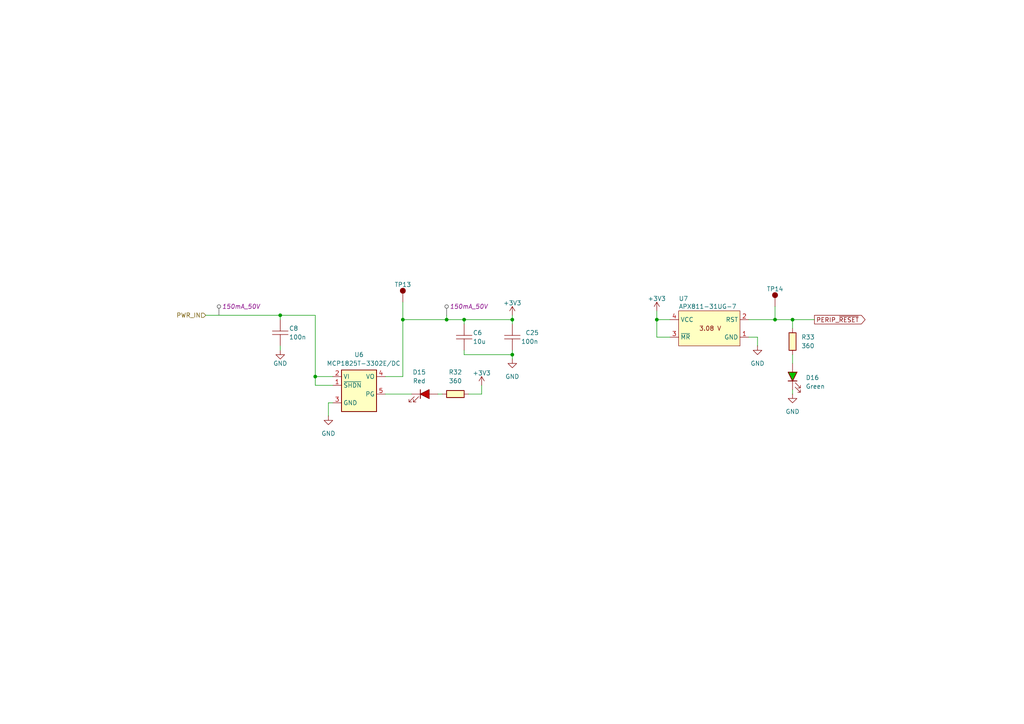
<source format=kicad_sch>
(kicad_sch (version 20231120) (generator "eeschema") (generator_version "8.0")
  (paper "A4")
  (title_block (title "Programmable Keyboard") (date "2025-01-06") (rev "3.0") (company "Kallio Designs Oy") (comment 1 "TL, NH") (comment 2 "ASSEMBLY_PN") (comment 3 "000018"))
  (lib_symbols
    (symbol "KD_Capacitor:C_0603_100n_X7R_50V" (pin_numbers hide) (pin_names hide)
      (property "Reference" "C" (at 2.54 1.27 0))
      (property "Value" "100n" (at 2.54 -1.27 0))
      (symbol "C_0603_100n_X7R_50V_0_1"
        (polyline (pts (xy -2.286 -0.508) (xy 2.286 -0.508)))
        (polyline (pts (xy -2.286 0.508) (xy 2.286 0.508)))
        (polyline (pts (xy 0 -0.508) (xy 0 -1.016)))
        (polyline (pts (xy 0 0.508) (xy 0 1.016)))
      )
      (symbol "C_0603_100n_X7R_50V_1_1"
        (pin passive line (at 0 3.81 270) (length 2.794) (name "~") (number "1"))
        (pin passive line (at 0 -3.81 90) (length 2.794) (name "~") (number "2"))
      )
    )
    (symbol "KD_Capacitor:C_1206_10u_X7R_16V" (pin_numbers hide) (pin_names hide)
      (property "Reference" "C" (at 2.54 1.27 0))
      (property "Value" "10u" (at 2.54 -1.27 0))
      (symbol "C_1206_10u_X7R_16V_0_1"
        (polyline (pts (xy -2.286 -0.508) (xy 2.286 -0.508)))
        (polyline (pts (xy -2.286 0.508) (xy 2.286 0.508)))
        (polyline (pts (xy 0 -0.508) (xy 0 -1.016)))
        (polyline (pts (xy 0 0.508) (xy 0 1.016)))
      )
      (symbol "C_1206_10u_X7R_16V_1_1"
        (pin passive line (at 0 3.81 270) (length 2.794) (name "~") (number "1"))
        (pin passive line (at 0 -3.81 90) (length 2.794) (name "~") (number "2"))
      )
    )
    (symbol "KD_Connector_Pads:TestPoint_2.5mm_H0.9" (pin_numbers hide) (pin_names hide)
      (property "Reference" "TP" (at 0 5.08 0))
      (symbol "TestPoint_2.5mm_H0.9_0_1"
        (circle (center 0 3.302) (radius 0.762) (fill (type outline)))
      )
      (symbol "TestPoint_2.5mm_H0.9_1_1"
        (pin passive line (at 0 0 90) (length 2.54) (name "1") (number "1"))
      )
    )
    (symbol "KD_IC_Other:Supervisor_APX811-31UG-7"
      (property "Reference" "U" (at 2.54 6.096 0))
      (property "Value" "APX811-31UG-7" (at 2.54 3.81 0))
      (symbol "Supervisor_APX811-31UG-7_0_1"
        (rectangle (start 2.54 2.54) (end 20.32 -7.62) (fill (type background)))
      )
      (symbol "Supervisor_APX811-31UG-7_1_0"
        (pin bidirectional line (at 22.86 -5.08 180) (length 2.54) (name "GND") (number "1"))
        (pin bidirectional line (at 22.86 0 180) (length 2.54) (name "RST") (number "2"))
        (pin input line (at 0 -5.08 0) (length 2.54) (name "~{MR}") (number "3"))
        (pin power_in line (at 0 0 0) (length 2.54) (name "VCC") (number "4"))
      )
      (symbol "Supervisor_APX811-31UG-7_1_1"
        (text "3.08 V" (at 11.684 -2.54 0) (effects (font (size 1.27 1.27))))
      )
    )
    (symbol "KD_IC_Power_Supply:Regulator_3v3_500mA_0.5%_MCP1825T-3302E/DC"
      (property "Reference" "U6" (at 0 6.35 0))
      (property "Value" "MCP1825T-3302E/DC" (at 0 3.81 0))
      (symbol "Regulator_3v3_500mA_0.5%_MCP1825T-3302E/DC_0_0"
        (text "" (at 7.62 0 0) (effects (font (size 1.27 1.27))))
      )
      (symbol "Regulator_3v3_500mA_0.5%_MCP1825T-3302E/DC_0_1"
        (rectangle (start -5.08 1.905) (end 5.08 -10.16) (stroke (width 0.254)) (fill (type background)))
      )
      (symbol "Regulator_3v3_500mA_0.5%_MCP1825T-3302E/DC_1_1"
        (pin input line (at -7.62 -2.54 0) (length 2.54) (name "~{SHDN}") (number "1"))
        (pin passive line (at -7.62 0 0) (length 2.54) (name "VI") (number "2"))
        (pin passive line (at -7.62 -7.62 0) (length 2.54) (name "GND") (number "3"))
        (pin power_out line (at 7.62 0 180) (length 2.54) (name "VO") (number "4"))
        (pin output line (at 7.62 -5.08 180) (length 2.54) (name "PG") (number "5"))
        (pin passive line (at -7.62 -7.62 0) (length 2.54) hide (name "GND") (number "6"))
      )
    )
    (symbol "KD_Led:0603_Green_Diff_B1911NG--20D000214U1930" (pin_numbers hide) (pin_names hide)
      (property "Reference" "D" (at 0 2.54 0))
      (property "Value" "Green" (at 0 -4.572 0))
      (symbol "0603_Green_Diff_B1911NG--20D000214U1930_0_1"
        (polyline (pts (xy -1.27 -1.27) (xy -1.27 1.27)) (stroke (width 0.254)))
        (polyline (pts (xy -3.048 -0.762) (xy -4.572 -2.286) (xy -3.81 -2.286) (xy -4.572 -2.286) (xy -4.572 -1.524)))
        (polyline (pts (xy -1.778 -0.762) (xy -3.302 -2.286) (xy -2.54 -2.286) (xy -3.302 -2.286) (xy -3.302 -1.524)))
      )
      (symbol "0603_Green_Diff_B1911NG--20D000214U1930_1_1"
        (polyline (pts (xy 1.27 -1.27) (xy 1.27 1.27) (xy -1.27 0) (xy 1.27 -1.27)) (stroke (width 0.254)) (fill (type color) (color 0 194 0 1)))
        (pin passive line (at -3.81 0 0) (length 2.54) (name "K") (number "1"))
        (pin passive line (at 3.81 0 180) (length 2.54) (name "A") (number "2"))
      )
    )
    (symbol "KD_Led:0603_Red_Diff_B1911USD-20D000114U1930" (pin_numbers hide) (pin_names hide)
      (property "Reference" "D" (at 0 2.54 0))
      (property "Value" "Red" (at 0 -4.572 0))
      (symbol "0603_Red_Diff_B1911USD-20D000114U1930_0_1"
        (polyline (pts (xy -1.27 -1.27) (xy -1.27 1.27)) (stroke (width 0.254)))
        (polyline (pts (xy -3.048 -0.762) (xy -4.572 -2.286) (xy -3.81 -2.286) (xy -4.572 -2.286) (xy -4.572 -1.524)))
        (polyline (pts (xy -1.778 -0.762) (xy -3.302 -2.286) (xy -2.54 -2.286) (xy -3.302 -2.286) (xy -3.302 -1.524)))
      )
      (symbol "0603_Red_Diff_B1911USD-20D000114U1930_1_1"
        (polyline (pts (xy 1.27 -1.27) (xy 1.27 1.27) (xy -1.27 0) (xy 1.27 -1.27)) (stroke (width 0.254)) (fill (type color) (color 194 0 0 1)))
        (pin passive line (at -3.81 0 0) (length 2.54) (name "K") (number "1"))
        (pin passive line (at 3.81 0 180) (length 2.54) (name "A") (number "2"))
      )
    )
    (symbol "KD_Resistor:R_0603_360_1%" (pin_numbers hide) (pin_names hide)
      (property "Reference" "R" (at 2.032 1.27 0))
      (property "Value" "360" (at 2.032 -1.27 0))
      (symbol "R_0603_360_1%_0_1"
        (rectangle (start -1.016 2.54) (end 1.016 -2.54) (stroke (width 0.254)) (fill (type background)))
      )
      (symbol "R_0603_360_1%_1_1"
        (pin passive line (at 0 3.81 270) (length 1.27) (name "~") (number "1"))
        (pin passive line (at 0 -3.81 90) (length 1.27) (name "~") (number "2"))
      )
    )
    (symbol "power:+3V3" (power) (pin_numbers hide) (pin_names (offset 0) hide)
      (property "Value" "+3V3" (at 0 3.556 0))
      (symbol "+3V3_0_1"
        (polyline (pts (xy -0.762 1.27) (xy 0 2.54)))
        (polyline (pts (xy 0 0) (xy 0 2.54)))
        (polyline (pts (xy 0 2.54) (xy 0.762 1.27)))
      )
      (symbol "+3V3_1_1"
        (pin power_in line (at 0 0 90) (length 0) (name "~") (number "1"))
      )
    )
    (symbol "power:GND" (power) (pin_numbers hide) (pin_names (offset 0) hide)
      (property "Value" "GND" (at 0 -3.81 0))
      (symbol "GND_0_1"
        (polyline (pts (xy 0 0) (xy 0 -1.27) (xy 1.27 -1.27) (xy 0 -2.54) (xy -1.27 -1.27) (xy 0 -1.27)))
      )
      (symbol "GND_1_1"
        (pin power_in line (at 0 0 270) (length 0) (name "~") (number "1"))
      )
    )
  )
  (junction (at 148.59 102.87))
  (junction (at 81.28 91.44))
  (junction (at 129.54 92.71))
  (junction (at 148.59 92.71))
  (junction (at 229.87 92.71))
  (junction (at 134.62 92.71))
  (junction (at 224.79 92.71))
  (junction (at 91.44 109.22))
  (junction (at 116.84 92.71))
  (junction (at 190.5 92.71))
  (wire (pts (xy 116.84 109.22) (xy 111.76 109.22)))
  (wire (pts (xy 135.89 114.3) (xy 139.7 114.3)))
  (wire (pts (xy 194.31 97.79) (xy 190.5 97.79)))
  (wire (pts (xy 190.5 92.71) (xy 190.5 90.17)))
  (wire (pts (xy 95.25 116.84) (xy 95.25 120.65)))
  (wire (pts (xy 116.84 87.63) (xy 116.84 92.71)))
  (wire (pts (xy 81.28 101.6) (xy 81.28 100.33)))
  (wire (pts (xy 236.22 92.71) (xy 229.87 92.71)))
  (wire (pts (xy 116.84 92.71) (xy 116.84 109.22)))
  (wire (pts (xy 129.54 91.44) (xy 129.54 92.71)))
  (wire (pts (xy 91.44 91.44) (xy 91.44 109.22)))
  (wire (pts (xy 134.62 102.87) (xy 148.59 102.87)))
  (wire (pts (xy 81.28 91.44) (xy 81.28 92.71)))
  (wire (pts (xy 229.87 102.87) (xy 229.87 105.41)))
  (wire (pts (xy 229.87 92.71) (xy 229.87 95.25)))
  (wire (pts (xy 148.59 102.87) (xy 148.59 104.14)))
  (wire (pts (xy 148.59 101.6) (xy 148.59 102.87)))
  (wire (pts (xy 59.69 91.44) (xy 81.28 91.44)))
  (wire (pts (xy 139.7 114.3) (xy 139.7 111.76)))
  (wire (pts (xy 134.62 92.71) (xy 148.59 92.71)))
  (wire (pts (xy 81.28 91.44) (xy 91.44 91.44)))
  (wire (pts (xy 91.44 111.76) (xy 91.44 109.22)))
  (wire (pts (xy 91.44 109.22) (xy 96.52 109.22)))
  (wire (pts (xy 194.31 92.71) (xy 190.5 92.71)))
  (wire (pts (xy 217.17 92.71) (xy 224.79 92.71)))
  (wire (pts (xy 91.44 111.76) (xy 96.52 111.76)))
  (wire (pts (xy 219.71 97.79) (xy 219.71 100.33)))
  (wire (pts (xy 129.54 92.71) (xy 134.62 92.71)))
  (wire (pts (xy 128.27 114.3) (xy 127 114.3)))
  (wire (pts (xy 190.5 97.79) (xy 190.5 92.71)))
  (wire (pts (xy 224.79 88.9) (xy 224.79 92.71)))
  (wire (pts (xy 148.59 91.44) (xy 148.59 92.71)))
  (wire (pts (xy 111.76 114.3) (xy 119.38 114.3)))
  (wire (pts (xy 134.62 101.6) (xy 134.62 102.87)))
  (wire (pts (xy 229.87 92.71) (xy 224.79 92.71)))
  (wire (pts (xy 217.17 97.79) (xy 219.71 97.79)))
  (wire (pts (xy 95.25 116.84) (xy 96.52 116.84)))
  (wire (pts (xy 229.87 114.3) (xy 229.87 113.03)))
  (wire (pts (xy 116.84 92.71) (xy 129.54 92.71)))
  (wire (pts (xy 134.62 93.98) (xy 134.62 92.71)))
  (wire (pts (xy 148.59 93.98) (xy 148.59 92.71)))
  (global_label "PERIP_~{RESET}" (shape output) (at 236.22 92.71 0) (property "Intersheetrefs" "${INTERSHEET_REFS}" (effects (hide yes))))
  (hierarchical_label "PWR_IN" (shape input) (at 59.69 91.44 180))
  (netclass_flag "" (length 2.54) (shape round) (at 63.5 91.44 0) (property "Netclass" "150mA_50V" (at 64.389 88.9 0) (effects (font (italic yes)) (justify left))))
  (netclass_flag "" (length 2.54) (shape round) (at 129.54 91.44 0) (property "Netclass" "150mA_50V" (at 130.429 88.9 0) (effects (font (italic yes)) (justify left))))
  (symbol (lib_id "KD_Resistor:R_0603_360_1%") (at 229.87 99.06 180) (unit 1)
    (property "Reference" "R33" (at 232.41 97.7899 0) (effects (justify right)))
    (property "Value" "360" (at 232.41 100.3299 0) (effects (justify right)))
    (property "Footprint" "KD_Resistor:RESC1608X55N" (effects (hide yes)))
    (property "Datasheet" "https://www.yageo.com/upload/media/product/productsearch/datasheet/rchip/PYu-RT_1-to-0.01_RoHS_L_12.pdf" (effects (hide yes)))
    (property "Description" "RES SMD 360 OHM 1% 1/10W 0603" (effects (hide yes)))
    (property "Manufacturer" "YAGEO" (effects (hide yes)))
    (property "MFG_PartNo" "RT0603FRE07360RL" (effects (hide yes)))
    (property "Supplier" "Digi-Key" (effects (hide yes)))
    (property "Supplier_PartNo" "13-RT0603FRE07360RLCT-ND" (effects (hide yes)))
    (property "DNP" "F" (effects (hide yes)))
    (property "Price" "0.02" (effects (hide yes)))
  )
  (symbol (lib_id "power:GND") (at 229.87 114.3 0) (unit 1)
    (property "Reference" "#PWR0101" (effects (hide yes)))
    (property "Value" "GND" (at 229.87 119.38 0))
    (property "Description" "Power symbol creates a global label with name \"GND\" , ground" (effects (hide yes)))
    (instances (project "TPCOT" (path "" (reference "#PWR0101") (unit 1))) (project "000018 PGKB" (path "" (reference "#PWR037") (unit 1))))
  )
  (symbol (lib_id "KD_Resistor:R_0603_360_1%") (at 132.08 114.3 90) (unit 1)
    (property "Reference" "R32" (at 132.08 107.95 90))
    (property "Value" "360" (at 132.08 110.49 90))
    (property "Footprint" "KD_Resistor:RESC1608X55N" (effects (hide yes)))
    (property "Datasheet" "https://www.yageo.com/upload/media/product/productsearch/datasheet/rchip/PYu-RT_1-to-0.01_RoHS_L_12.pdf" (effects (hide yes)))
    (property "Description" "RES SMD 360 OHM 1% 1/10W 0603" (effects (hide yes)))
    (property "Manufacturer" "YAGEO" (effects (hide yes)))
    (property "MFG_PartNo" "RT0603FRE07360RL" (effects (hide yes)))
    (property "Supplier" "Digi-Key" (effects (hide yes)))
    (property "Supplier_PartNo" "13-RT0603FRE07360RLCT-ND" (effects (hide yes)))
    (property "DNP" "F" (effects (hide yes)))
    (property "Price" "0.02" (effects (hide yes)))
  )
  (symbol (lib_id "power:+3V3") (at 139.7 111.76 0) (unit 1)
    (property "Reference" "#+3V03" (effects (hide yes)))
    (property "Value" "+3V3" (at 139.7 108.204 0))
    (property "Description" "Power symbol creates a global label with name \"+3V3\"" (effects (hide yes)))
    (instances (project "000052 RCCON" (path "" (reference "#+3V03") (unit 1))) (project "000018 PGKB" (path "" (reference "#+3V08") (unit 1))))
  )
  (symbol (lib_id "power:GND") (at 148.59 104.14 0) (unit 1)
    (property "Reference" "#PWR0102" (effects (hide yes)))
    (property "Value" "GND" (at 148.59 109.22 0))
    (property "Description" "Power symbol creates a global label with name \"GND\" , ground" (effects (hide yes)))
    (instances (project "TPCOT" (path "" (reference "#PWR0102") (unit 1))) (project "000018 PGKB" (path "" (reference "#PWR035") (unit 1))))
  )
  (symbol (lib_id "KD_Capacitor:C_0603_100n_X7R_50V") (at 81.28 96.52 0) (unit 1)
    (property "Reference" "C8" (at 83.82 95.25 0) (effects (justify left)))
    (property "Value" "100n" (at 83.82 97.79 0) (effects (justify left)))
    (property "Footprint" "KD_Capacitor:CAPC1608X90N" (effects (hide yes)))
    (property "Datasheet" "https://mm.digikey.com/Volume0/opasdata/d220001/medias/docus/658/CL10B104KB8NNWC_Spec.pdf" (effects (hide yes)))
    (property "Description" "CAP CER 0.1UF 50V X7R 0603" (effects (hide yes)))
    (property "Manufacturer" "Samsung" (effects (hide yes)))
    (property "MFG_PartNo" "CL10B104KB8NNWC" (effects (hide yes)))
    (property "Supplier" "Digi-Key" (effects (hide yes)))
    (property "Supplier_PartNo" "1276-1935-1-ND" (effects (hide yes)))
    (property "DNP" "F" (effects (hide yes)))
    (property "Price" "0.01" (effects (hide yes)))
    (instances (project "000052 RCCON" (path "" (reference "C8") (unit 1))) (project "000018 PGKB" (path "" (reference "C36") (unit 1))))
  )
  (symbol (lib_id "power:GND") (at 81.28 101.6 0) (unit 1)
    (property "Reference" "#PWR0101" (effects (hide yes)))
    (property "Value" "GND" (at 81.28 105.41 0))
    (property "Description" "Power symbol creates a global label with name \"GND\" , ground" (effects (hide yes)))
    (instances (project "TPCOT" (path "" (reference "#PWR0101") (unit 1))) (project "000018 PGKB" (path "" (reference "#PWR033") (unit 1))))
  )
  (symbol (lib_id "KD_IC_Power_Supply:Regulator_3v3_500mA_0.5%_MCP1825T-3302E/DC") (at 104.14 109.22 0) (unit 1)
    (property "Reference" "U6" (at 104.14 102.87 0))
    (property "Value" "MCP1825T-3302E/DC" (at 105.4656 105.41 0))
    (property "Footprint" "KD_Package_TO_SOT_SMD:SOT127P700X180-6N" (effects (hide yes)))
    (property "Datasheet" "https://ww1.microchip.com/downloads/en/DeviceDoc/22056b.pdf" (effects (hide yes)))
    (property "Description" "Linear Voltage Regulator IC Positive Fixed 1 Output 500mA SOT-223-5" (effects (hide yes)))
    (property "Manufacturer" "Microchip Technology" (effects (hide yes)))
    (property "MFG_PartNo" "MCP1825T-3302E/DC" (effects (hide yes)))
    (property "Supplier" "Digi-Key" (effects (hide yes)))
    (property "Supplier_PartNo" "MCP1825T-3302E/DCCT-ND" (effects (hide yes)))
    (property "DNP" "F" (effects (hide yes)))
    (property "Price" "0.7" (effects (hide yes)))
  )
  (symbol (lib_id "KD_Led:0603_Green_Diff_B1911NG--20D000214U1930") (at 229.87 109.22 90) (unit 1)
    (property "Reference" "D16" (at 233.68 109.5374 90) (effects (justify right)))
    (property "Value" "Green" (at 233.68 112.0774 90) (effects (justify right)))
    (property "Footprint" "KD_Diode:LEDM1608X70M" (effects (hide yes)))
    (property "Datasheet" "https://mm.digikey.com/Volume0/opasdata/d220001/medias/docus/3690/B1911NG--20D000214U1930.pdf" (effects (hide yes)))
    (property "Description" "Green 525nm LED Indication - Discrete 3.3V 0603 (1608 Metric)" (effects (hide yes)))
    (property "Manufacturer" "Harvatek Corporation" (effects (hide yes)))
    (property "MFG_PartNo" "B1911NG--20D000214U1930" (effects (hide yes)))
    (property "Supplier" "Digi-Key" (effects (hide yes)))
    (property "Supplier_PartNo" "3147-B1911NG--20D000214U1930CT-ND" (effects (hide yes)))
    (property "DNP" "F" (effects (hide yes)))
    (property "Price" "0.10" (effects (hide yes)))
  )
  (symbol (lib_id "KD_Capacitor:C_1206_10u_X7R_16V") (at 134.62 97.79 0) (unit 1)
    (property "Reference" "C6" (at 137.16 96.52 0) (effects (justify left)))
    (property "Value" "10u" (at 137.16 99.06 0) (effects (justify left)))
    (property "Footprint" "KD_Capacitor:CAPC3216X150N" (effects (hide yes)))
    (property "Datasheet" "https://www.samsungsem.com/kr/support/product-search/mlcc/CL31B106MOHNNNE.jsp" (effects (hide yes)))
    (property "Description" "Capacitor" (effects (hide yes)))
    (property "Manufacturer" "Samsung Electro-Mechanics" (effects (hide yes)))
    (property "MFG_PartNo" "CL31B106MOHNNNE" (effects (hide yes)))
    (property "Supplier" "Digi-Key" (effects (hide yes)))
    (property "Supplier_PartNo" "1276-6641-1-ND" (effects (hide yes)))
    (property "DNP" "F" (effects (hide yes)))
    (property "Price" "0.10" (effects (hide yes)))
    (instances (project "000052 RCCON" (path "" (reference "C6") (unit 1))) (project "000018 PGKB" (path "" (reference "C37") (unit 1))))
  )
  (symbol (lib_id "KD_Connector_Pads:TestPoint_2.5mm_H0.9") (at 224.79 88.9 0) (unit 1)
    (property "Reference" "TP14" (at 224.79 83.82 0))
    (property "Value" "TP D2.5 mm H0.9mm" (effects (hide yes)))
    (property "Footprint" "KD_Connector_Pads:TestPoint_Pad_D2.5mm_H0.9mm" (effects (hide yes)))
    (property "Datasheet" "DNP" (effects (hide yes)))
    (property "Description" "Test point" (effects (hide yes)))
    (property "Code" "DNP" (effects (hide yes)))
    (property "Manufacturer" "DNP" (effects (hide yes)))
    (property "MFG_PartNo" "DNP" (effects (hide yes)))
    (property "Supplier" "DNP" (effects (hide yes)))
    (property "Supplier_PartNo" "DNP" (effects (hide yes)))
    (property "DNP" "T" (effects (hide yes)))
    (property "Price" "0.00" (effects (hide yes)))
  )
  (symbol (lib_id "KD_Led:0603_Red_Diff_B1911USD-20D000114U1930") (at 123.19 114.3 0) (unit 1)
    (property "Reference" "D15" (at 121.6025 107.95 0))
    (property "Value" "Red" (at 121.6025 110.49 0))
    (property "Footprint" "KD_Diode:LEDM1608X70M" (effects (hide yes)))
    (property "Datasheet" "https://mm.digikey.com/Volume0/opasdata/d220001/medias/docus/3694/B1911USD-20D000114U1930.pdf" (effects (hide yes)))
    (property "Description" "Red 624nm LED Indication - Discrete 2V 0603 (1608 Metric)" (effects (hide yes)))
    (property "Manufacturer" "Harvatek Corporation" (effects (hide yes)))
    (property "MFG_PartNo" "B1911USD-20D000114U1930" (effects (hide yes)))
    (property "Supplier" "Digi-Key" (effects (hide yes)))
    (property "Supplier_PartNo" "3147-B1911USD-20D000114U1930CT-ND" (effects (hide yes)))
    (property "DNP" "F" (effects (hide yes)))
    (property "Price" "0.10" (effects (hide yes)))
  )
  (symbol (lib_id "KD_Capacitor:C_0603_100n_X7R_50V") (at 148.59 97.79 0) (unit 1)
    (property "Reference" "C25" (at 152.4 96.52 0) (effects (justify left)))
    (property "Value" "100n" (at 151.13 99.06 0) (effects (justify left)))
    (property "Footprint" "KD_Capacitor:CAPC1608X90N" (effects (hide yes)))
    (property "Datasheet" "https://mm.digikey.com/Volume0/opasdata/d220001/medias/docus/658/CL10B104KB8NNWC_Spec.pdf" (effects (hide yes)))
    (property "Description" "CAP CER 0.1UF 50V X7R 0603" (effects (hide yes)))
    (property "Manufacturer" "Samsung" (effects (hide yes)))
    (property "MFG_PartNo" "CL10B104KB8NNWC" (effects (hide yes)))
    (property "Supplier" "Digi-Key" (effects (hide yes)))
    (property "Supplier_PartNo" "1276-1935-1-ND" (effects (hide yes)))
    (property "DNP" "F" (effects (hide yes)))
    (property "Price" "0.01" (effects (hide yes)))
    (instances (project "TPCOT" (path "" (reference "C25") (unit 1))) (project "000018 PGKB" (path "" (reference "C38") (unit 1))))
  )
  (symbol (lib_id "power:+3V3") (at 148.59 91.44 0) (unit 1)
    (property "Reference" "#+3V03" (effects (hide yes)))
    (property "Value" "+3V3" (at 148.59 87.884 0))
    (property "Description" "Power symbol creates a global label with name \"+3V3\"" (effects (hide yes)))
    (instances (project "000052 RCCON" (path "" (reference "#+3V03") (unit 1))) (project "000018 PGKB" (path "" (reference "#+3V09") (unit 1))))
  )
  (symbol (lib_id "power:GND") (at 95.25 120.65 0) (unit 1)
    (property "Reference" "#PWR0101" (effects (hide yes)))
    (property "Value" "GND" (at 95.25 125.73 0))
    (property "Description" "Power symbol creates a global label with name \"GND\" , ground" (effects (hide yes)))
    (instances (project "TPCOT" (path "" (reference "#PWR0101") (unit 1))) (project "000018 PGKB" (path "" (reference "#PWR034") (unit 1))))
  )
  (symbol (lib_id "KD_Connector_Pads:TestPoint_2.5mm_H0.9") (at 116.84 87.63 0) (unit 1)
    (property "Reference" "TP13" (at 116.84 82.55 0))
    (property "Value" "TP D2.5 mm H0.9mm" (effects (hide yes)))
    (property "Footprint" "KD_Connector_Pads:TestPoint_Pad_D2.5mm_H0.9mm" (effects (hide yes)))
    (property "Datasheet" "DNP" (effects (hide yes)))
    (property "Description" "Test point" (effects (hide yes)))
    (property "Code" "DNP" (effects (hide yes)))
    (property "Manufacturer" "DNP" (effects (hide yes)))
    (property "MFG_PartNo" "DNP" (effects (hide yes)))
    (property "Supplier" "DNP" (effects (hide yes)))
    (property "Supplier_PartNo" "DNP" (effects (hide yes)))
    (property "DNP" "T" (effects (hide yes)))
    (property "Price" "0.00" (effects (hide yes)))
  )
  (symbol (lib_id "power:GND") (at 219.71 100.33 0) (unit 1)
    (property "Reference" "#PWR036" (effects (hide yes)))
    (property "Value" "GND" (at 219.71 105.41 0))
    (property "Description" "Power symbol creates a global label with name \"GND\" , ground" (effects (hide yes)))
  )
  (symbol (lib_id "power:+3V3") (at 190.5 90.17 0) (unit 1)
    (property "Reference" "#+3V03" (effects (hide yes)))
    (property "Value" "+3V3" (at 190.5 86.614 0))
    (property "Description" "Power symbol creates a global label with name \"+3V3\"" (effects (hide yes)))
    (instances (project "000052 RCCON" (path "" (reference "#+3V03") (unit 1))) (project "000018 PGKB" (path "" (reference "#+3V010") (unit 1))))
  )
  (symbol (lib_id "KD_IC_Other:Supervisor_APX811-31UG-7") (at 194.31 92.71 0) (unit 1)
    (property "Reference" "U7" (at 196.85 86.614 0) (effects (justify left)))
    (property "Value" "APX811-31UG-7" (at 196.85 88.9 0) (effects (justify left)))
    (property "Footprint" "KD_Package_TO_SOT_SMD:SOT-143_TO-253_M" (effects (hide yes)))
    (property "Datasheet" "https://www.diodes.com/assets/Datasheets/APX811_812.pdf" (effects (hide yes)))
    (property "Description" "IC SUPERVISOR 1 CHANNEL SOT143" (effects (hide yes)))
    (property "Manufacturer" "Diodes Incorporated" (effects (hide yes)))
    (property "MFG_PartNo" "APX811-31UG-7" (effects (hide yes)))
    (property "Supplier" "Digi-Key" (effects (hide yes)))
    (property "Supplier_PartNo" "APX811-31UG-7DICT-ND" (effects (hide yes)))
    (property "DNP" "F" (effects (hide yes)))
    (property "Price" "0.41" (effects (hide yes)))
  )
)
</source>
